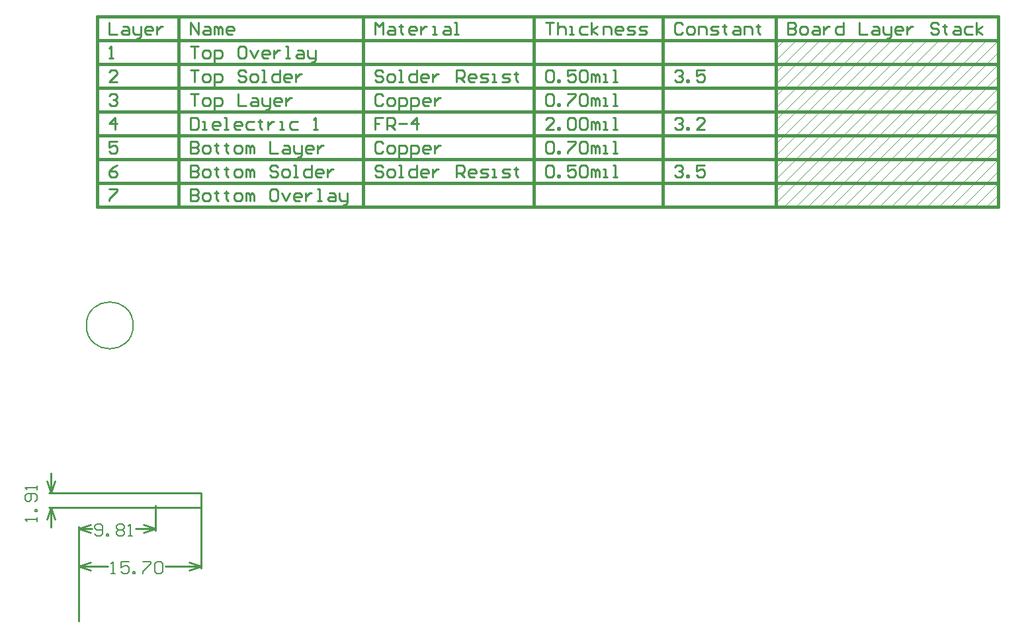
<source format=gm1>
G04 Layer_Color=16711935*
%FSAX25Y25*%
%MOIN*%
G70*
G01*
G75*
%ADD11C,0.01000*%
%ADD34C,0.00700*%
%ADD35C,0.01500*%
%ADD36C,0.00100*%
%ADD37C,0.00600*%
D11*
X0752657Y0752791D02*
Y0800232D01*
X0791281Y0798232D02*
Y0810983D01*
X0752657Y0799232D02*
X0759272D01*
X0781466D02*
X0791281D01*
X0752657D02*
X0758657Y0797232D01*
X0752657Y0799232D02*
X0758657Y0801232D01*
X0785281D02*
X0791281Y0799232D01*
X0785281Y0797232D02*
X0791281Y0799232D01*
X0752657Y0752791D02*
Y0781335D01*
X0814481Y0779335D02*
Y0817383D01*
X0752657Y0780335D02*
X0767373D01*
X0796565D02*
X0814481D01*
X0752657D02*
X0758657Y0778335D01*
X0752657Y0780335D02*
X0758657Y0782335D01*
X0808481D02*
X0814481Y0780335D01*
X0808481Y0778335D02*
X0814481Y0780335D01*
X0737878Y0817383D02*
X0814481D01*
X0737878Y0809862D02*
X0813665D01*
X0738878Y0799862D02*
Y0809862D01*
Y0817383D02*
Y0827383D01*
X0736878Y0803862D02*
X0738878Y0809862D01*
X0740878Y0803862D01*
X0738878Y0817383D02*
X0740878Y0823383D01*
X0736878D02*
X0738878Y0817383D01*
X1110060Y1054616D02*
Y1048618D01*
X1113059D01*
X1114059Y1049618D01*
Y1050617D01*
X1113059Y1051617D01*
X1110060D01*
X1113059D01*
X1114059Y1052617D01*
Y1053616D01*
X1113059Y1054616D01*
X1110060D01*
X1117058Y1048618D02*
X1119057D01*
X1120057Y1049618D01*
Y1051617D01*
X1119057Y1052617D01*
X1117058D01*
X1116058Y1051617D01*
Y1049618D01*
X1117058Y1048618D01*
X1123056Y1052617D02*
X1125055D01*
X1126055Y1051617D01*
Y1048618D01*
X1123056D01*
X1122056Y1049618D01*
X1123056Y1050617D01*
X1126055D01*
X1128054Y1052617D02*
Y1048618D01*
Y1050617D01*
X1129054Y1051617D01*
X1130054Y1052617D01*
X1131053D01*
X1138051Y1054616D02*
Y1048618D01*
X1135052D01*
X1134052Y1049618D01*
Y1051617D01*
X1135052Y1052617D01*
X1138051D01*
X1146049Y1054616D02*
Y1048618D01*
X1150047D01*
X1153046Y1052617D02*
X1155046D01*
X1156045Y1051617D01*
Y1048618D01*
X1153046D01*
X1152046Y1049618D01*
X1153046Y1050617D01*
X1156045D01*
X1158045Y1052617D02*
Y1049618D01*
X1159044Y1048618D01*
X1162043D01*
Y1047618D01*
X1161044Y1046619D01*
X1160044D01*
X1162043Y1048618D02*
Y1052617D01*
X1167042Y1048618D02*
X1165042D01*
X1164043Y1049618D01*
Y1051617D01*
X1165042Y1052617D01*
X1167042D01*
X1168041Y1051617D01*
Y1050617D01*
X1164043D01*
X1170041Y1052617D02*
Y1048618D01*
Y1050617D01*
X1171040Y1051617D01*
X1172040Y1052617D01*
X1173040D01*
X1186036Y1053616D02*
X1185036Y1054616D01*
X1183037D01*
X1182037Y1053616D01*
Y1052617D01*
X1183037Y1051617D01*
X1185036D01*
X1186036Y1050617D01*
Y1049618D01*
X1185036Y1048618D01*
X1183037D01*
X1182037Y1049618D01*
X1189035Y1053616D02*
Y1052617D01*
X1188035D01*
X1190034D01*
X1189035D01*
Y1049618D01*
X1190034Y1048618D01*
X1194033Y1052617D02*
X1196032D01*
X1197032Y1051617D01*
Y1048618D01*
X1194033D01*
X1193033Y1049618D01*
X1194033Y1050617D01*
X1197032D01*
X1203030Y1052617D02*
X1200031D01*
X1199031Y1051617D01*
Y1049618D01*
X1200031Y1048618D01*
X1203030D01*
X1205029D02*
Y1054616D01*
Y1050617D02*
X1208028Y1052617D01*
X1205029Y1050617D02*
X1208028Y1048618D01*
X1053074Y1029616D02*
X1054074Y1030616D01*
X1056073D01*
X1057073Y1029616D01*
Y1028617D01*
X1056073Y1027617D01*
X1055073D01*
X1056073D01*
X1057073Y1026617D01*
Y1025618D01*
X1056073Y1024618D01*
X1054074D01*
X1053074Y1025618D01*
X1059072Y1024618D02*
Y1025618D01*
X1060072D01*
Y1024618D01*
X1059072D01*
X1068069Y1030616D02*
X1064071D01*
Y1027617D01*
X1066070Y1028617D01*
X1067070D01*
X1068069Y1027617D01*
Y1025618D01*
X1067070Y1024618D01*
X1065070D01*
X1064071Y1025618D01*
X1053074Y1005616D02*
X1054074Y1006616D01*
X1056073D01*
X1057073Y1005616D01*
Y1004617D01*
X1056073Y1003617D01*
X1055073D01*
X1056073D01*
X1057073Y1002617D01*
Y1001618D01*
X1056073Y1000618D01*
X1054074D01*
X1053074Y1001618D01*
X1059072Y1000618D02*
Y1001618D01*
X1060072D01*
Y1000618D01*
X1059072D01*
X1068069D02*
X1064071D01*
X1068069Y1004617D01*
Y1005616D01*
X1067070Y1006616D01*
X1065070D01*
X1064071Y1005616D01*
X1053074Y0981616D02*
X1054074Y0982616D01*
X1056073D01*
X1057073Y0981616D01*
Y0980617D01*
X1056073Y0979617D01*
X1055073D01*
X1056073D01*
X1057073Y0978617D01*
Y0977618D01*
X1056073Y0976618D01*
X1054074D01*
X1053074Y0977618D01*
X1059072Y0976618D02*
Y0977618D01*
X1060072D01*
Y0976618D01*
X1059072D01*
X1068069Y0982616D02*
X1064071D01*
Y0979617D01*
X1066070Y0980617D01*
X1067070D01*
X1068069Y0979617D01*
Y0977618D01*
X1067070Y0976618D01*
X1065070D01*
X1064071Y0977618D01*
X1057073Y1053616D02*
X1056073Y1054616D01*
X1054074D01*
X1053074Y1053616D01*
Y1049618D01*
X1054074Y1048618D01*
X1056073D01*
X1057073Y1049618D01*
X1060072Y1048618D02*
X1062071D01*
X1063071Y1049618D01*
Y1051617D01*
X1062071Y1052617D01*
X1060072D01*
X1059072Y1051617D01*
Y1049618D01*
X1060072Y1048618D01*
X1065070D02*
Y1052617D01*
X1068069D01*
X1069069Y1051617D01*
Y1048618D01*
X1071068D02*
X1074067D01*
X1075067Y1049618D01*
X1074067Y1050617D01*
X1072068D01*
X1071068Y1051617D01*
X1072068Y1052617D01*
X1075067D01*
X1078066Y1053616D02*
Y1052617D01*
X1077066D01*
X1079066D01*
X1078066D01*
Y1049618D01*
X1079066Y1048618D01*
X1083064Y1052617D02*
X1085064D01*
X1086063Y1051617D01*
Y1048618D01*
X1083064D01*
X1082065Y1049618D01*
X1083064Y1050617D01*
X1086063D01*
X1088063Y1048618D02*
Y1052617D01*
X1091062D01*
X1092061Y1051617D01*
Y1048618D01*
X1095060Y1053616D02*
Y1052617D01*
X1094061D01*
X1096060D01*
X1095060D01*
Y1049618D01*
X1096060Y1048618D01*
X0988091Y1029616D02*
X0989090Y1030616D01*
X0991090D01*
X0992089Y1029616D01*
Y1025618D01*
X0991090Y1024618D01*
X0989090D01*
X0988091Y1025618D01*
Y1029616D01*
X0994089Y1024618D02*
Y1025618D01*
X0995088D01*
Y1024618D01*
X0994089D01*
X1003086Y1030616D02*
X0999087D01*
Y1027617D01*
X1001086Y1028617D01*
X1002086D01*
X1003086Y1027617D01*
Y1025618D01*
X1002086Y1024618D01*
X1000087D01*
X0999087Y1025618D01*
X1005085Y1029616D02*
X1006085Y1030616D01*
X1008084D01*
X1009084Y1029616D01*
Y1025618D01*
X1008084Y1024618D01*
X1006085D01*
X1005085Y1025618D01*
Y1029616D01*
X1011083Y1024618D02*
Y1028617D01*
X1012083D01*
X1013082Y1027617D01*
Y1024618D01*
Y1027617D01*
X1014082Y1028617D01*
X1015082Y1027617D01*
Y1024618D01*
X1017081D02*
X1019081D01*
X1018081D01*
Y1028617D01*
X1017081D01*
X1022079Y1024618D02*
X1024079D01*
X1023079D01*
Y1030616D01*
X1022079D01*
X0988091Y1017616D02*
X0989090Y1018616D01*
X0991090D01*
X0992089Y1017616D01*
Y1013618D01*
X0991090Y1012618D01*
X0989090D01*
X0988091Y1013618D01*
Y1017616D01*
X0994089Y1012618D02*
Y1013618D01*
X0995088D01*
Y1012618D01*
X0994089D01*
X0999087Y1018616D02*
X1003086D01*
Y1017616D01*
X0999087Y1013618D01*
Y1012618D01*
X1005085Y1017616D02*
X1006085Y1018616D01*
X1008084D01*
X1009084Y1017616D01*
Y1013618D01*
X1008084Y1012618D01*
X1006085D01*
X1005085Y1013618D01*
Y1017616D01*
X1011083Y1012618D02*
Y1016617D01*
X1012083D01*
X1013082Y1015617D01*
Y1012618D01*
Y1015617D01*
X1014082Y1016617D01*
X1015082Y1015617D01*
Y1012618D01*
X1017081D02*
X1019081D01*
X1018081D01*
Y1016617D01*
X1017081D01*
X1022079Y1012618D02*
X1024079D01*
X1023079D01*
Y1018616D01*
X1022079D01*
X0992089Y1000618D02*
X0988091D01*
X0992089Y1004617D01*
Y1005616D01*
X0991090Y1006616D01*
X0989090D01*
X0988091Y1005616D01*
X0994089Y1000618D02*
Y1001618D01*
X0995088D01*
Y1000618D01*
X0994089D01*
X0999087Y1005616D02*
X1000087Y1006616D01*
X1002086D01*
X1003086Y1005616D01*
Y1001618D01*
X1002086Y1000618D01*
X1000087D01*
X0999087Y1001618D01*
Y1005616D01*
X1005085D02*
X1006085Y1006616D01*
X1008084D01*
X1009084Y1005616D01*
Y1001618D01*
X1008084Y1000618D01*
X1006085D01*
X1005085Y1001618D01*
Y1005616D01*
X1011083Y1000618D02*
Y1004617D01*
X1012083D01*
X1013082Y1003617D01*
Y1000618D01*
Y1003617D01*
X1014082Y1004617D01*
X1015082Y1003617D01*
Y1000618D01*
X1017081D02*
X1019081D01*
X1018081D01*
Y1004617D01*
X1017081D01*
X1022079Y1000618D02*
X1024079D01*
X1023079D01*
Y1006616D01*
X1022079D01*
X0988091Y0993616D02*
X0989090Y0994616D01*
X0991090D01*
X0992089Y0993616D01*
Y0989618D01*
X0991090Y0988618D01*
X0989090D01*
X0988091Y0989618D01*
Y0993616D01*
X0994089Y0988618D02*
Y0989618D01*
X0995088D01*
Y0988618D01*
X0994089D01*
X0999087Y0994616D02*
X1003086D01*
Y0993616D01*
X0999087Y0989618D01*
Y0988618D01*
X1005085Y0993616D02*
X1006085Y0994616D01*
X1008084D01*
X1009084Y0993616D01*
Y0989618D01*
X1008084Y0988618D01*
X1006085D01*
X1005085Y0989618D01*
Y0993616D01*
X1011083Y0988618D02*
Y0992617D01*
X1012083D01*
X1013082Y0991617D01*
Y0988618D01*
Y0991617D01*
X1014082Y0992617D01*
X1015082Y0991617D01*
Y0988618D01*
X1017081D02*
X1019081D01*
X1018081D01*
Y0992617D01*
X1017081D01*
X1022079Y0988618D02*
X1024079D01*
X1023079D01*
Y0994616D01*
X1022079D01*
X0988091Y0981616D02*
X0989090Y0982616D01*
X0991090D01*
X0992089Y0981616D01*
Y0977618D01*
X0991090Y0976618D01*
X0989090D01*
X0988091Y0977618D01*
Y0981616D01*
X0994089Y0976618D02*
Y0977618D01*
X0995088D01*
Y0976618D01*
X0994089D01*
X1003086Y0982616D02*
X0999087D01*
Y0979617D01*
X1001086Y0980617D01*
X1002086D01*
X1003086Y0979617D01*
Y0977618D01*
X1002086Y0976618D01*
X1000087D01*
X0999087Y0977618D01*
X1005085Y0981616D02*
X1006085Y0982616D01*
X1008084D01*
X1009084Y0981616D01*
Y0977618D01*
X1008084Y0976618D01*
X1006085D01*
X1005085Y0977618D01*
Y0981616D01*
X1011083Y0976618D02*
Y0980617D01*
X1012083D01*
X1013082Y0979617D01*
Y0976618D01*
Y0979617D01*
X1014082Y0980617D01*
X1015082Y0979617D01*
Y0976618D01*
X1017081D02*
X1019081D01*
X1018081D01*
Y0980617D01*
X1017081D01*
X1022079Y0976618D02*
X1024079D01*
X1023079D01*
Y0982616D01*
X1022079D01*
X0988091Y1054616D02*
X0992089D01*
X0990090D01*
Y1048618D01*
X0994089Y1054616D02*
Y1048618D01*
Y1051617D01*
X0995088Y1052617D01*
X0997088D01*
X0998087Y1051617D01*
Y1048618D01*
X1000087D02*
X1002086D01*
X1001086D01*
Y1052617D01*
X1000087D01*
X1009084D02*
X1006085D01*
X1005085Y1051617D01*
Y1049618D01*
X1006085Y1048618D01*
X1009084D01*
X1011083D02*
Y1054616D01*
Y1050617D02*
X1014082Y1052617D01*
X1011083Y1050617D02*
X1014082Y1048618D01*
X1017081D02*
Y1052617D01*
X1020080D01*
X1021080Y1051617D01*
Y1048618D01*
X1026078D02*
X1024079D01*
X1023079Y1049618D01*
Y1051617D01*
X1024079Y1052617D01*
X1026078D01*
X1027078Y1051617D01*
Y1050617D01*
X1023079D01*
X1029077Y1048618D02*
X1032076D01*
X1033076Y1049618D01*
X1032076Y1050617D01*
X1030077D01*
X1029077Y1051617D01*
X1030077Y1052617D01*
X1033076D01*
X1035075Y1048618D02*
X1038074D01*
X1039074Y1049618D01*
X1038074Y1050617D01*
X1036075D01*
X1035075Y1051617D01*
X1036075Y1052617D01*
X1039074D01*
X0906112Y1029616D02*
X0905113Y1030616D01*
X0903113D01*
X0902114Y1029616D01*
Y1028617D01*
X0903113Y1027617D01*
X0905113D01*
X0906112Y1026617D01*
Y1025618D01*
X0905113Y1024618D01*
X0903113D01*
X0902114Y1025618D01*
X0909111Y1024618D02*
X0911111D01*
X0912111Y1025618D01*
Y1027617D01*
X0911111Y1028617D01*
X0909111D01*
X0908112Y1027617D01*
Y1025618D01*
X0909111Y1024618D01*
X0914110D02*
X0916109D01*
X0915110D01*
Y1030616D01*
X0914110D01*
X0923107D02*
Y1024618D01*
X0920108D01*
X0919108Y1025618D01*
Y1027617D01*
X0920108Y1028617D01*
X0923107D01*
X0928105Y1024618D02*
X0926106D01*
X0925106Y1025618D01*
Y1027617D01*
X0926106Y1028617D01*
X0928105D01*
X0929105Y1027617D01*
Y1026617D01*
X0925106D01*
X0931104Y1028617D02*
Y1024618D01*
Y1026617D01*
X0932104Y1027617D01*
X0933104Y1028617D01*
X0934103D01*
X0943100Y1024618D02*
Y1030616D01*
X0946100D01*
X0947099Y1029616D01*
Y1027617D01*
X0946100Y1026617D01*
X0943100D01*
X0945100D02*
X0947099Y1024618D01*
X0952098D02*
X0950098D01*
X0949099Y1025618D01*
Y1027617D01*
X0950098Y1028617D01*
X0952098D01*
X0953097Y1027617D01*
Y1026617D01*
X0949099D01*
X0955097Y1024618D02*
X0958096D01*
X0959095Y1025618D01*
X0958096Y1026617D01*
X0956096D01*
X0955097Y1027617D01*
X0956096Y1028617D01*
X0959095D01*
X0961095Y1024618D02*
X0963094D01*
X0962094D01*
Y1028617D01*
X0961095D01*
X0966093Y1024618D02*
X0969092D01*
X0970092Y1025618D01*
X0969092Y1026617D01*
X0967093D01*
X0966093Y1027617D01*
X0967093Y1028617D01*
X0970092D01*
X0973091Y1029616D02*
Y1028617D01*
X0972091D01*
X0974090D01*
X0973091D01*
Y1025618D01*
X0974090Y1024618D01*
X0906112Y1017616D02*
X0905113Y1018616D01*
X0903113D01*
X0902114Y1017616D01*
Y1013618D01*
X0903113Y1012618D01*
X0905113D01*
X0906112Y1013618D01*
X0909111Y1012618D02*
X0911111D01*
X0912111Y1013618D01*
Y1015617D01*
X0911111Y1016617D01*
X0909111D01*
X0908112Y1015617D01*
Y1013618D01*
X0909111Y1012618D01*
X0914110Y1010619D02*
Y1016617D01*
X0917109D01*
X0918109Y1015617D01*
Y1013618D01*
X0917109Y1012618D01*
X0914110D01*
X0920108Y1010619D02*
Y1016617D01*
X0923107D01*
X0924107Y1015617D01*
Y1013618D01*
X0923107Y1012618D01*
X0920108D01*
X0929105D02*
X0927106D01*
X0926106Y1013618D01*
Y1015617D01*
X0927106Y1016617D01*
X0929105D01*
X0930105Y1015617D01*
Y1014617D01*
X0926106D01*
X0932104Y1016617D02*
Y1012618D01*
Y1014617D01*
X0933104Y1015617D01*
X0934103Y1016617D01*
X0935103D01*
X0906112Y1006616D02*
X0902114D01*
Y1003617D01*
X0904113D01*
X0902114D01*
Y1000618D01*
X0908112D02*
Y1006616D01*
X0911111D01*
X0912111Y1005616D01*
Y1003617D01*
X0911111Y1002617D01*
X0908112D01*
X0910111D02*
X0912111Y1000618D01*
X0914110Y1003617D02*
X0918109D01*
X0923107Y1000618D02*
Y1006616D01*
X0920108Y1003617D01*
X0924107D01*
X0906112Y0993616D02*
X0905113Y0994616D01*
X0903113D01*
X0902114Y0993616D01*
Y0989618D01*
X0903113Y0988618D01*
X0905113D01*
X0906112Y0989618D01*
X0909111Y0988618D02*
X0911111D01*
X0912111Y0989618D01*
Y0991617D01*
X0911111Y0992617D01*
X0909111D01*
X0908112Y0991617D01*
Y0989618D01*
X0909111Y0988618D01*
X0914110Y0986619D02*
Y0992617D01*
X0917109D01*
X0918109Y0991617D01*
Y0989618D01*
X0917109Y0988618D01*
X0914110D01*
X0920108Y0986619D02*
Y0992617D01*
X0923107D01*
X0924107Y0991617D01*
Y0989618D01*
X0923107Y0988618D01*
X0920108D01*
X0929105D02*
X0927106D01*
X0926106Y0989618D01*
Y0991617D01*
X0927106Y0992617D01*
X0929105D01*
X0930105Y0991617D01*
Y0990617D01*
X0926106D01*
X0932104Y0992617D02*
Y0988618D01*
Y0990617D01*
X0933104Y0991617D01*
X0934103Y0992617D01*
X0935103D01*
X0906112Y0981616D02*
X0905113Y0982616D01*
X0903113D01*
X0902114Y0981616D01*
Y0980617D01*
X0903113Y0979617D01*
X0905113D01*
X0906112Y0978617D01*
Y0977618D01*
X0905113Y0976618D01*
X0903113D01*
X0902114Y0977618D01*
X0909111Y0976618D02*
X0911111D01*
X0912111Y0977618D01*
Y0979617D01*
X0911111Y0980617D01*
X0909111D01*
X0908112Y0979617D01*
Y0977618D01*
X0909111Y0976618D01*
X0914110D02*
X0916109D01*
X0915110D01*
Y0982616D01*
X0914110D01*
X0923107D02*
Y0976618D01*
X0920108D01*
X0919108Y0977618D01*
Y0979617D01*
X0920108Y0980617D01*
X0923107D01*
X0928105Y0976618D02*
X0926106D01*
X0925106Y0977618D01*
Y0979617D01*
X0926106Y0980617D01*
X0928105D01*
X0929105Y0979617D01*
Y0978617D01*
X0925106D01*
X0931104Y0980617D02*
Y0976618D01*
Y0978617D01*
X0932104Y0979617D01*
X0933104Y0980617D01*
X0934103D01*
X0943100Y0976618D02*
Y0982616D01*
X0946100D01*
X0947099Y0981616D01*
Y0979617D01*
X0946100Y0978617D01*
X0943100D01*
X0945100D02*
X0947099Y0976618D01*
X0952098D02*
X0950098D01*
X0949099Y0977618D01*
Y0979617D01*
X0950098Y0980617D01*
X0952098D01*
X0953097Y0979617D01*
Y0978617D01*
X0949099D01*
X0955097Y0976618D02*
X0958096D01*
X0959095Y0977618D01*
X0958096Y0978617D01*
X0956096D01*
X0955097Y0979617D01*
X0956096Y0980617D01*
X0959095D01*
X0961095Y0976618D02*
X0963094D01*
X0962094D01*
Y0980617D01*
X0961095D01*
X0966093Y0976618D02*
X0969092D01*
X0970092Y0977618D01*
X0969092Y0978617D01*
X0967093D01*
X0966093Y0979617D01*
X0967093Y0980617D01*
X0970092D01*
X0973091Y0981616D02*
Y0980617D01*
X0972091D01*
X0974090D01*
X0973091D01*
Y0977618D01*
X0974090Y0976618D01*
X0902114Y1048618D02*
Y1054616D01*
X0904113Y1052617D01*
X0906112Y1054616D01*
Y1048618D01*
X0909111Y1052617D02*
X0911111D01*
X0912111Y1051617D01*
Y1048618D01*
X0909111D01*
X0908112Y1049618D01*
X0909111Y1050617D01*
X0912111D01*
X0915110Y1053616D02*
Y1052617D01*
X0914110D01*
X0916109D01*
X0915110D01*
Y1049618D01*
X0916109Y1048618D01*
X0922107D02*
X0920108D01*
X0919108Y1049618D01*
Y1051617D01*
X0920108Y1052617D01*
X0922107D01*
X0923107Y1051617D01*
Y1050617D01*
X0919108D01*
X0925106Y1052617D02*
Y1048618D01*
Y1050617D01*
X0926106Y1051617D01*
X0927106Y1052617D01*
X0928105D01*
X0931104Y1048618D02*
X0933104D01*
X0932104D01*
Y1052617D01*
X0931104D01*
X0937103D02*
X0939102D01*
X0940102Y1051617D01*
Y1048618D01*
X0937103D01*
X0936103Y1049618D01*
X0937103Y1050617D01*
X0940102D01*
X0942101Y1048618D02*
X0944100D01*
X0943100D01*
Y1054616D01*
X0942101D01*
X0809139Y1042616D02*
X0813138D01*
X0811139D01*
Y1036618D01*
X0816137D02*
X0818136D01*
X0819136Y1037618D01*
Y1039617D01*
X0818136Y1040617D01*
X0816137D01*
X0815137Y1039617D01*
Y1037618D01*
X0816137Y1036618D01*
X0821136Y1034619D02*
Y1040617D01*
X0824135D01*
X0825134Y1039617D01*
Y1037618D01*
X0824135Y1036618D01*
X0821136D01*
X0836131Y1042616D02*
X0834131D01*
X0833132Y1041616D01*
Y1037618D01*
X0834131Y1036618D01*
X0836131D01*
X0837130Y1037618D01*
Y1041616D01*
X0836131Y1042616D01*
X0839130Y1040617D02*
X0841129Y1036618D01*
X0843128Y1040617D01*
X0848127Y1036618D02*
X0846127D01*
X0845128Y1037618D01*
Y1039617D01*
X0846127Y1040617D01*
X0848127D01*
X0849126Y1039617D01*
Y1038617D01*
X0845128D01*
X0851126Y1040617D02*
Y1036618D01*
Y1038617D01*
X0852125Y1039617D01*
X0853125Y1040617D01*
X0854125D01*
X0857124Y1036618D02*
X0859123D01*
X0858123D01*
Y1042616D01*
X0857124D01*
X0863122Y1040617D02*
X0865121D01*
X0866121Y1039617D01*
Y1036618D01*
X0863122D01*
X0862122Y1037618D01*
X0863122Y1038617D01*
X0866121D01*
X0868120Y1040617D02*
Y1037618D01*
X0869120Y1036618D01*
X0872119D01*
Y1035618D01*
X0871119Y1034619D01*
X0870120D01*
X0872119Y1036618D02*
Y1040617D01*
X0809139Y1030616D02*
X0813138D01*
X0811139D01*
Y1024618D01*
X0816137D02*
X0818136D01*
X0819136Y1025618D01*
Y1027617D01*
X0818136Y1028617D01*
X0816137D01*
X0815137Y1027617D01*
Y1025618D01*
X0816137Y1024618D01*
X0821136Y1022619D02*
Y1028617D01*
X0824135D01*
X0825134Y1027617D01*
Y1025618D01*
X0824135Y1024618D01*
X0821136D01*
X0837130Y1029616D02*
X0836131Y1030616D01*
X0834131D01*
X0833132Y1029616D01*
Y1028617D01*
X0834131Y1027617D01*
X0836131D01*
X0837130Y1026617D01*
Y1025618D01*
X0836131Y1024618D01*
X0834131D01*
X0833132Y1025618D01*
X0840129Y1024618D02*
X0842129D01*
X0843128Y1025618D01*
Y1027617D01*
X0842129Y1028617D01*
X0840129D01*
X0839130Y1027617D01*
Y1025618D01*
X0840129Y1024618D01*
X0845128D02*
X0847127D01*
X0846127D01*
Y1030616D01*
X0845128D01*
X0854125D02*
Y1024618D01*
X0851126D01*
X0850126Y1025618D01*
Y1027617D01*
X0851126Y1028617D01*
X0854125D01*
X0859123Y1024618D02*
X0857124D01*
X0856124Y1025618D01*
Y1027617D01*
X0857124Y1028617D01*
X0859123D01*
X0860123Y1027617D01*
Y1026617D01*
X0856124D01*
X0862122Y1028617D02*
Y1024618D01*
Y1026617D01*
X0863122Y1027617D01*
X0864122Y1028617D01*
X0865121D01*
X0809139Y1018616D02*
X0813138D01*
X0811139D01*
Y1012618D01*
X0816137D02*
X0818136D01*
X0819136Y1013618D01*
Y1015617D01*
X0818136Y1016617D01*
X0816137D01*
X0815137Y1015617D01*
Y1013618D01*
X0816137Y1012618D01*
X0821136Y1010619D02*
Y1016617D01*
X0824135D01*
X0825134Y1015617D01*
Y1013618D01*
X0824135Y1012618D01*
X0821136D01*
X0833132Y1018616D02*
Y1012618D01*
X0837130D01*
X0840129Y1016617D02*
X0842129D01*
X0843128Y1015617D01*
Y1012618D01*
X0840129D01*
X0839130Y1013618D01*
X0840129Y1014617D01*
X0843128D01*
X0845128Y1016617D02*
Y1013618D01*
X0846127Y1012618D01*
X0849126D01*
Y1011618D01*
X0848127Y1010619D01*
X0847127D01*
X0849126Y1012618D02*
Y1016617D01*
X0854125Y1012618D02*
X0852125D01*
X0851126Y1013618D01*
Y1015617D01*
X0852125Y1016617D01*
X0854125D01*
X0855124Y1015617D01*
Y1014617D01*
X0851126D01*
X0857124Y1016617D02*
Y1012618D01*
Y1014617D01*
X0858123Y1015617D01*
X0859123Y1016617D01*
X0860123D01*
X0809139Y1006616D02*
Y1000618D01*
X0812138D01*
X0813138Y1001618D01*
Y1005616D01*
X0812138Y1006616D01*
X0809139D01*
X0815137Y1000618D02*
X0817137D01*
X0816137D01*
Y1004617D01*
X0815137D01*
X0823135Y1000618D02*
X0821136D01*
X0820136Y1001618D01*
Y1003617D01*
X0821136Y1004617D01*
X0823135D01*
X0824135Y1003617D01*
Y1002617D01*
X0820136D01*
X0826134Y1000618D02*
X0828133D01*
X0827133D01*
Y1006616D01*
X0826134D01*
X0834131Y1000618D02*
X0832132D01*
X0831132Y1001618D01*
Y1003617D01*
X0832132Y1004617D01*
X0834131D01*
X0835131Y1003617D01*
Y1002617D01*
X0831132D01*
X0841129Y1004617D02*
X0838130D01*
X0837130Y1003617D01*
Y1001618D01*
X0838130Y1000618D01*
X0841129D01*
X0844128Y1005616D02*
Y1004617D01*
X0843128D01*
X0845128D01*
X0844128D01*
Y1001618D01*
X0845128Y1000618D01*
X0848127Y1004617D02*
Y1000618D01*
Y1002617D01*
X0849126Y1003617D01*
X0850126Y1004617D01*
X0851126D01*
X0854125Y1000618D02*
X0856124D01*
X0855124D01*
Y1004617D01*
X0854125D01*
X0863122D02*
X0860123D01*
X0859123Y1003617D01*
Y1001618D01*
X0860123Y1000618D01*
X0863122D01*
X0871119D02*
X0873119D01*
X0872119D01*
Y1006616D01*
X0871119Y1005616D01*
X0809139Y0994616D02*
Y0988618D01*
X0812138D01*
X0813138Y0989618D01*
Y0990617D01*
X0812138Y0991617D01*
X0809139D01*
X0812138D01*
X0813138Y0992617D01*
Y0993616D01*
X0812138Y0994616D01*
X0809139D01*
X0816137Y0988618D02*
X0818136D01*
X0819136Y0989618D01*
Y0991617D01*
X0818136Y0992617D01*
X0816137D01*
X0815137Y0991617D01*
Y0989618D01*
X0816137Y0988618D01*
X0822135Y0993616D02*
Y0992617D01*
X0821136D01*
X0823135D01*
X0822135D01*
Y0989618D01*
X0823135Y0988618D01*
X0827133Y0993616D02*
Y0992617D01*
X0826134D01*
X0828133D01*
X0827133D01*
Y0989618D01*
X0828133Y0988618D01*
X0832132D02*
X0834131D01*
X0835131Y0989618D01*
Y0991617D01*
X0834131Y0992617D01*
X0832132D01*
X0831132Y0991617D01*
Y0989618D01*
X0832132Y0988618D01*
X0837130D02*
Y0992617D01*
X0838130D01*
X0839130Y0991617D01*
Y0988618D01*
Y0991617D01*
X0840129Y0992617D01*
X0841129Y0991617D01*
Y0988618D01*
X0849126Y0994616D02*
Y0988618D01*
X0853125D01*
X0856124Y0992617D02*
X0858123D01*
X0859123Y0991617D01*
Y0988618D01*
X0856124D01*
X0855124Y0989618D01*
X0856124Y0990617D01*
X0859123D01*
X0861123Y0992617D02*
Y0989618D01*
X0862122Y0988618D01*
X0865121D01*
Y0987618D01*
X0864122Y0986619D01*
X0863122D01*
X0865121Y0988618D02*
Y0992617D01*
X0870120Y0988618D02*
X0868120D01*
X0867121Y0989618D01*
Y0991617D01*
X0868120Y0992617D01*
X0870120D01*
X0871119Y0991617D01*
Y0990617D01*
X0867121D01*
X0873119Y0992617D02*
Y0988618D01*
Y0990617D01*
X0874118Y0991617D01*
X0875118Y0992617D01*
X0876118D01*
X0809139Y0982616D02*
Y0976618D01*
X0812138D01*
X0813138Y0977618D01*
Y0978617D01*
X0812138Y0979617D01*
X0809139D01*
X0812138D01*
X0813138Y0980617D01*
Y0981616D01*
X0812138Y0982616D01*
X0809139D01*
X0816137Y0976618D02*
X0818136D01*
X0819136Y0977618D01*
Y0979617D01*
X0818136Y0980617D01*
X0816137D01*
X0815137Y0979617D01*
Y0977618D01*
X0816137Y0976618D01*
X0822135Y0981616D02*
Y0980617D01*
X0821136D01*
X0823135D01*
X0822135D01*
Y0977618D01*
X0823135Y0976618D01*
X0827133Y0981616D02*
Y0980617D01*
X0826134D01*
X0828133D01*
X0827133D01*
Y0977618D01*
X0828133Y0976618D01*
X0832132D02*
X0834131D01*
X0835131Y0977618D01*
Y0979617D01*
X0834131Y0980617D01*
X0832132D01*
X0831132Y0979617D01*
Y0977618D01*
X0832132Y0976618D01*
X0837130D02*
Y0980617D01*
X0838130D01*
X0839130Y0979617D01*
Y0976618D01*
Y0979617D01*
X0840129Y0980617D01*
X0841129Y0979617D01*
Y0976618D01*
X0853125Y0981616D02*
X0852125Y0982616D01*
X0850126D01*
X0849126Y0981616D01*
Y0980617D01*
X0850126Y0979617D01*
X0852125D01*
X0853125Y0978617D01*
Y0977618D01*
X0852125Y0976618D01*
X0850126D01*
X0849126Y0977618D01*
X0856124Y0976618D02*
X0858123D01*
X0859123Y0977618D01*
Y0979617D01*
X0858123Y0980617D01*
X0856124D01*
X0855124Y0979617D01*
Y0977618D01*
X0856124Y0976618D01*
X0861123D02*
X0863122D01*
X0862122D01*
Y0982616D01*
X0861123D01*
X0870120D02*
Y0976618D01*
X0867121D01*
X0866121Y0977618D01*
Y0979617D01*
X0867121Y0980617D01*
X0870120D01*
X0875118Y0976618D02*
X0873119D01*
X0872119Y0977618D01*
Y0979617D01*
X0873119Y0980617D01*
X0875118D01*
X0876118Y0979617D01*
Y0978617D01*
X0872119D01*
X0878117Y0980617D02*
Y0976618D01*
Y0978617D01*
X0879117Y0979617D01*
X0880116Y0980617D01*
X0881116D01*
X0809139Y0970616D02*
Y0964618D01*
X0812138D01*
X0813138Y0965618D01*
Y0966617D01*
X0812138Y0967617D01*
X0809139D01*
X0812138D01*
X0813138Y0968617D01*
Y0969616D01*
X0812138Y0970616D01*
X0809139D01*
X0816137Y0964618D02*
X0818136D01*
X0819136Y0965618D01*
Y0967617D01*
X0818136Y0968617D01*
X0816137D01*
X0815137Y0967617D01*
Y0965618D01*
X0816137Y0964618D01*
X0822135Y0969616D02*
Y0968617D01*
X0821136D01*
X0823135D01*
X0822135D01*
Y0965618D01*
X0823135Y0964618D01*
X0827133Y0969616D02*
Y0968617D01*
X0826134D01*
X0828133D01*
X0827133D01*
Y0965618D01*
X0828133Y0964618D01*
X0832132D02*
X0834131D01*
X0835131Y0965618D01*
Y0967617D01*
X0834131Y0968617D01*
X0832132D01*
X0831132Y0967617D01*
Y0965618D01*
X0832132Y0964618D01*
X0837130D02*
Y0968617D01*
X0838130D01*
X0839130Y0967617D01*
Y0964618D01*
Y0967617D01*
X0840129Y0968617D01*
X0841129Y0967617D01*
Y0964618D01*
X0852125Y0970616D02*
X0850126D01*
X0849126Y0969616D01*
Y0965618D01*
X0850126Y0964618D01*
X0852125D01*
X0853125Y0965618D01*
Y0969616D01*
X0852125Y0970616D01*
X0855124Y0968617D02*
X0857124Y0964618D01*
X0859123Y0968617D01*
X0864122Y0964618D02*
X0862122D01*
X0861123Y0965618D01*
Y0967617D01*
X0862122Y0968617D01*
X0864122D01*
X0865121Y0967617D01*
Y0966617D01*
X0861123D01*
X0867121Y0968617D02*
Y0964618D01*
Y0966617D01*
X0868120Y0967617D01*
X0869120Y0968617D01*
X0870120D01*
X0873119Y0964618D02*
X0875118D01*
X0874118D01*
Y0970616D01*
X0873119D01*
X0879117Y0968617D02*
X0881116D01*
X0882116Y0967617D01*
Y0964618D01*
X0879117D01*
X0878117Y0965618D01*
X0879117Y0966617D01*
X0882116D01*
X0884115Y0968617D02*
Y0965618D01*
X0885115Y0964618D01*
X0888114D01*
Y0963618D01*
X0887114Y0962619D01*
X0886114D01*
X0888114Y0964618D02*
Y0968617D01*
X0809139Y1048618D02*
Y1054616D01*
X0813138Y1048618D01*
Y1054616D01*
X0816137Y1052617D02*
X0818136D01*
X0819136Y1051617D01*
Y1048618D01*
X0816137D01*
X0815137Y1049618D01*
X0816137Y1050617D01*
X0819136D01*
X0821136Y1048618D02*
Y1052617D01*
X0822135D01*
X0823135Y1051617D01*
Y1048618D01*
Y1051617D01*
X0824135Y1052617D01*
X0825134Y1051617D01*
Y1048618D01*
X0830133D02*
X0828133D01*
X0827133Y1049618D01*
Y1051617D01*
X0828133Y1052617D01*
X0830133D01*
X0831132Y1051617D01*
Y1050617D01*
X0827133D01*
X0768148Y1036618D02*
X0770147D01*
X0769148D01*
Y1042616D01*
X0768148Y1041616D01*
X0772147Y1024618D02*
X0768148D01*
X0772147Y1028617D01*
Y1029616D01*
X0771147Y1030616D01*
X0769148D01*
X0768148Y1029616D01*
Y1017616D02*
X0769148Y1018616D01*
X0771147D01*
X0772147Y1017616D01*
Y1016617D01*
X0771147Y1015617D01*
X0770147D01*
X0771147D01*
X0772147Y1014617D01*
Y1013618D01*
X0771147Y1012618D01*
X0769148D01*
X0768148Y1013618D01*
X0771147Y1000618D02*
Y1006616D01*
X0768148Y1003617D01*
X0772147D01*
Y0994616D02*
X0768148D01*
Y0991617D01*
X0770147Y0992617D01*
X0771147D01*
X0772147Y0991617D01*
Y0989618D01*
X0771147Y0988618D01*
X0769148D01*
X0768148Y0989618D01*
X0772147Y0982616D02*
X0770147Y0981616D01*
X0768148Y0979617D01*
Y0977618D01*
X0769148Y0976618D01*
X0771147D01*
X0772147Y0977618D01*
Y0978617D01*
X0771147Y0979617D01*
X0768148D01*
Y0970616D02*
X0772147D01*
Y0969616D01*
X0768148Y0965618D01*
Y0964618D01*
Y1054616D02*
Y1048618D01*
X0772147D01*
X0775146Y1052617D02*
X0777145D01*
X0778145Y1051617D01*
Y1048618D01*
X0775146D01*
X0774146Y1049618D01*
X0775146Y1050617D01*
X0778145D01*
X0780144Y1052617D02*
Y1049618D01*
X0781144Y1048618D01*
X0784143D01*
Y1047618D01*
X0783143Y1046619D01*
X0782143D01*
X0784143Y1048618D02*
Y1052617D01*
X0789141Y1048618D02*
X0787142D01*
X0786142Y1049618D01*
Y1051617D01*
X0787142Y1052617D01*
X0789141D01*
X0790141Y1051617D01*
Y1050617D01*
X0786142D01*
X0792140Y1052617D02*
Y1048618D01*
Y1050617D01*
X0793140Y1051617D01*
X0794140Y1052617D01*
X0795139D01*
D34*
X0780217Y0901831D02*
G03*
X0780217Y0901831I-0011811J0000000D01*
G01*
D35*
X1216028Y0961618D02*
Y1057618D01*
X1104060Y1033618D02*
X1216028D01*
X1104060Y1021618D02*
X1216028D01*
X1104060Y1009618D02*
X1216028D01*
X1104060Y0997618D02*
X1216028D01*
X1104060Y0985618D02*
X1216028D01*
X1104060Y0973618D02*
X1216028D01*
X1104060Y0961618D02*
X1216028D01*
X1104060D02*
Y1057618D01*
X1047074Y1033618D02*
X1104060D01*
X1047074Y1021618D02*
X1104060D01*
X1047074Y1009618D02*
X1104060D01*
X1047074Y0997618D02*
X1104060D01*
X1047074Y0985618D02*
X1104060D01*
X1047074Y0973618D02*
X1104060D01*
X1047074Y0961618D02*
X1104060D01*
X1047074D02*
Y1057618D01*
X0982090Y1033618D02*
X1047074D01*
X0982090Y1021618D02*
X1047074D01*
X0982090Y1009618D02*
X1047074D01*
X0982090Y0997618D02*
X1047074D01*
X0982090Y0985618D02*
X1047074D01*
X0982090Y0973618D02*
X1047074D01*
X0982090Y0961618D02*
X1047074D01*
X0982090D02*
Y1057618D01*
X0896114Y1033618D02*
X0982090D01*
X0896114Y1021618D02*
X0982090D01*
X0896114Y1009618D02*
X0982090D01*
X0896114Y0997618D02*
X0982090D01*
X0896114Y0985618D02*
X0982090D01*
X0896114Y0973618D02*
X0982090D01*
X0896114Y0961618D02*
X0982090D01*
X0896114D02*
Y1057618D01*
X0803139Y1033618D02*
X0896114D01*
X0803139Y1021618D02*
X0896114D01*
X0803139Y1009618D02*
X0896114D01*
X0803139Y0997618D02*
X0896114D01*
X0803139Y0985618D02*
X0896114D01*
X0803139Y0973618D02*
X0896114D01*
X0803139Y0961618D02*
X0896114D01*
X0803139D02*
Y1057618D01*
X0762148Y1033618D02*
X0803139D01*
X0762148Y1021618D02*
X0803139D01*
X0762148Y1009618D02*
X0803139D01*
X0762148Y0997618D02*
X0803139D01*
X0762148Y0985618D02*
X0803139D01*
X0762148Y0973618D02*
X0803139D01*
X0762148Y0961618D02*
X0803139D01*
X0762148D02*
Y1057618D01*
X1216028D01*
X0762148Y1045618D02*
X1216028D01*
D36*
X1104060Y1041650D02*
X1108028Y1045618D01*
X1104060Y1035650D02*
X1114028Y1045618D01*
X1108028Y1033618D02*
X1120028Y1045618D01*
X1114028Y1033618D02*
X1126028Y1045618D01*
X1120028Y1033618D02*
X1132028Y1045618D01*
X1126028Y1033618D02*
X1138028Y1045618D01*
X1132028Y1033618D02*
X1144028Y1045618D01*
X1138028Y1033618D02*
X1150028Y1045618D01*
X1144028Y1033618D02*
X1156028Y1045618D01*
X1150028Y1033618D02*
X1162028Y1045618D01*
X1156028Y1033618D02*
X1168028Y1045618D01*
X1162028Y1033618D02*
X1174028Y1045618D01*
X1168028Y1033618D02*
X1180028Y1045618D01*
X1174028Y1033618D02*
X1186028Y1045618D01*
X1180028Y1033618D02*
X1192028Y1045618D01*
X1186028Y1033618D02*
X1198028Y1045618D01*
X1192028Y1033618D02*
X1204028Y1045618D01*
X1198028Y1033618D02*
X1210028Y1045618D01*
X1204028Y1033618D02*
X1216028Y1045618D01*
X1210028Y1033618D02*
X1216028Y1039618D01*
X1104060Y1029650D02*
X1108028Y1033618D01*
X1104060Y1023650D02*
X1114028Y1033618D01*
X1108028Y1021618D02*
X1120028Y1033618D01*
X1114028Y1021618D02*
X1126028Y1033618D01*
X1120028Y1021618D02*
X1132028Y1033618D01*
X1126028Y1021618D02*
X1138028Y1033618D01*
X1132028Y1021618D02*
X1144028Y1033618D01*
X1138028Y1021618D02*
X1150028Y1033618D01*
X1144028Y1021618D02*
X1156028Y1033618D01*
X1150028Y1021618D02*
X1162028Y1033618D01*
X1156028Y1021618D02*
X1168028Y1033618D01*
X1162028Y1021618D02*
X1174028Y1033618D01*
X1168028Y1021618D02*
X1180028Y1033618D01*
X1174028Y1021618D02*
X1186028Y1033618D01*
X1180028Y1021618D02*
X1192028Y1033618D01*
X1186028Y1021618D02*
X1198028Y1033618D01*
X1192028Y1021618D02*
X1204028Y1033618D01*
X1198028Y1021618D02*
X1210028Y1033618D01*
X1204028Y1021618D02*
X1216028Y1033618D01*
X1210028Y1021618D02*
X1216028Y1027618D01*
X1104060Y1017650D02*
X1108028Y1021618D01*
X1104060Y1011650D02*
X1114028Y1021618D01*
X1108028Y1009618D02*
X1120028Y1021618D01*
X1114028Y1009618D02*
X1126028Y1021618D01*
X1120028Y1009618D02*
X1132028Y1021618D01*
X1126028Y1009618D02*
X1138028Y1021618D01*
X1132028Y1009618D02*
X1144028Y1021618D01*
X1138028Y1009618D02*
X1150028Y1021618D01*
X1144028Y1009618D02*
X1156028Y1021618D01*
X1150028Y1009618D02*
X1162028Y1021618D01*
X1156028Y1009618D02*
X1168028Y1021618D01*
X1162028Y1009618D02*
X1174028Y1021618D01*
X1168028Y1009618D02*
X1180028Y1021618D01*
X1174028Y1009618D02*
X1186028Y1021618D01*
X1180028Y1009618D02*
X1192028Y1021618D01*
X1186028Y1009618D02*
X1198028Y1021618D01*
X1192028Y1009618D02*
X1204028Y1021618D01*
X1198028Y1009618D02*
X1210028Y1021618D01*
X1204028Y1009618D02*
X1216028Y1021618D01*
X1210028Y1009618D02*
X1216028Y1015618D01*
X1104060Y1005650D02*
X1108028Y1009618D01*
X1104060Y0999650D02*
X1114028Y1009618D01*
X1108028Y0997618D02*
X1120028Y1009618D01*
X1114028Y0997618D02*
X1126028Y1009618D01*
X1120028Y0997618D02*
X1132028Y1009618D01*
X1126028Y0997618D02*
X1138028Y1009618D01*
X1132028Y0997618D02*
X1144028Y1009618D01*
X1138028Y0997618D02*
X1150028Y1009618D01*
X1144028Y0997618D02*
X1156028Y1009618D01*
X1150028Y0997618D02*
X1162028Y1009618D01*
X1156028Y0997618D02*
X1168028Y1009618D01*
X1162028Y0997618D02*
X1174028Y1009618D01*
X1168028Y0997618D02*
X1180028Y1009618D01*
X1174028Y0997618D02*
X1186028Y1009618D01*
X1180028Y0997618D02*
X1192028Y1009618D01*
X1186028Y0997618D02*
X1198028Y1009618D01*
X1192028Y0997618D02*
X1204028Y1009618D01*
X1198028Y0997618D02*
X1210028Y1009618D01*
X1204028Y0997618D02*
X1216028Y1009618D01*
X1210028Y0997618D02*
X1216028Y1003618D01*
X1104060Y0993650D02*
X1108028Y0997618D01*
X1104060Y0987650D02*
X1114028Y0997618D01*
X1108028Y0985618D02*
X1120028Y0997618D01*
X1114028Y0985618D02*
X1126028Y0997618D01*
X1120028Y0985618D02*
X1132028Y0997618D01*
X1126028Y0985618D02*
X1138028Y0997618D01*
X1132028Y0985618D02*
X1144028Y0997618D01*
X1138028Y0985618D02*
X1150028Y0997618D01*
X1144028Y0985618D02*
X1156028Y0997618D01*
X1150028Y0985618D02*
X1162028Y0997618D01*
X1156028Y0985618D02*
X1168028Y0997618D01*
X1162028Y0985618D02*
X1174028Y0997618D01*
X1168028Y0985618D02*
X1180028Y0997618D01*
X1174028Y0985618D02*
X1186028Y0997618D01*
X1180028Y0985618D02*
X1192028Y0997618D01*
X1186028Y0985618D02*
X1198028Y0997618D01*
X1192028Y0985618D02*
X1204028Y0997618D01*
X1198028Y0985618D02*
X1210028Y0997618D01*
X1204028Y0985618D02*
X1216028Y0997618D01*
X1210028Y0985618D02*
X1216028Y0991618D01*
X1104060Y0981650D02*
X1108028Y0985618D01*
X1104060Y0975650D02*
X1114028Y0985618D01*
X1108028Y0973618D02*
X1120028Y0985618D01*
X1114028Y0973618D02*
X1126028Y0985618D01*
X1120028Y0973618D02*
X1132028Y0985618D01*
X1126028Y0973618D02*
X1138028Y0985618D01*
X1132028Y0973618D02*
X1144028Y0985618D01*
X1138028Y0973618D02*
X1150028Y0985618D01*
X1144028Y0973618D02*
X1156028Y0985618D01*
X1150028Y0973618D02*
X1162028Y0985618D01*
X1156028Y0973618D02*
X1168028Y0985618D01*
X1162028Y0973618D02*
X1174028Y0985618D01*
X1168028Y0973618D02*
X1180028Y0985618D01*
X1174028Y0973618D02*
X1186028Y0985618D01*
X1180028Y0973618D02*
X1192028Y0985618D01*
X1186028Y0973618D02*
X1198028Y0985618D01*
X1192028Y0973618D02*
X1204028Y0985618D01*
X1198028Y0973618D02*
X1210028Y0985618D01*
X1204028Y0973618D02*
X1216028Y0985618D01*
X1210028Y0973618D02*
X1216028Y0979618D01*
X1104060Y0969650D02*
X1108028Y0973618D01*
X1104060Y0963650D02*
X1114028Y0973618D01*
X1108028Y0961618D02*
X1120028Y0973618D01*
X1114028Y0961618D02*
X1126028Y0973618D01*
X1120028Y0961618D02*
X1132028Y0973618D01*
X1126028Y0961618D02*
X1138028Y0973618D01*
X1132028Y0961618D02*
X1144028Y0973618D01*
X1138028Y0961618D02*
X1150028Y0973618D01*
X1144028Y0961618D02*
X1156028Y0973618D01*
X1150028Y0961618D02*
X1162028Y0973618D01*
X1156028Y0961618D02*
X1168028Y0973618D01*
X1162028Y0961618D02*
X1174028Y0973618D01*
X1168028Y0961618D02*
X1180028Y0973618D01*
X1174028Y0961618D02*
X1186028Y0973618D01*
X1180028Y0961618D02*
X1192028Y0973618D01*
X1186028Y0961618D02*
X1198028Y0973618D01*
X1192028Y0961618D02*
X1204028Y0973618D01*
X1198028Y0961618D02*
X1210028Y0973618D01*
X1204028Y0961618D02*
X1216028Y0973618D01*
X1210028Y0961618D02*
X1216028Y0967618D01*
D37*
X0760872Y0796633D02*
X0761872Y0795633D01*
X0763871D01*
X0764871Y0796633D01*
Y0800632D01*
X0763871Y0801631D01*
X0761872D01*
X0760872Y0800632D01*
Y0799632D01*
X0761872Y0798632D01*
X0764871D01*
X0766870Y0795633D02*
Y0796633D01*
X0767870D01*
Y0795633D01*
X0766870D01*
X0771869Y0800632D02*
X0772868Y0801631D01*
X0774868D01*
X0775868Y0800632D01*
Y0799632D01*
X0774868Y0798632D01*
X0775868Y0797633D01*
Y0796633D01*
X0774868Y0795633D01*
X0772868D01*
X0771869Y0796633D01*
Y0797633D01*
X0772868Y0798632D01*
X0771869Y0799632D01*
Y0800632D01*
X0772868Y0798632D02*
X0774868D01*
X0777867Y0795633D02*
X0779866D01*
X0778866D01*
Y0801631D01*
X0777867Y0800632D01*
X0768973Y0776736D02*
X0770973D01*
X0769973D01*
Y0782734D01*
X0768973Y0781734D01*
X0777971Y0782734D02*
X0773972D01*
Y0779735D01*
X0775971Y0780734D01*
X0776971D01*
X0777971Y0779735D01*
Y0777735D01*
X0776971Y0776736D01*
X0774971D01*
X0773972Y0777735D01*
X0779970Y0776736D02*
Y0777735D01*
X0780970D01*
Y0776736D01*
X0779970D01*
X0784968Y0782734D02*
X0788967D01*
Y0781734D01*
X0784968Y0777735D01*
Y0776736D01*
X0790966Y0781734D02*
X0791966Y0782734D01*
X0793965D01*
X0794965Y0781734D01*
Y0777735D01*
X0793965Y0776736D01*
X0791966D01*
X0790966Y0777735D01*
Y0781734D01*
X0731680Y0803026D02*
Y0805025D01*
Y0804025D01*
X0725682D01*
X0726682Y0803026D01*
X0731680Y0808024D02*
X0730680D01*
Y0809024D01*
X0731680D01*
Y0808024D01*
X0730680Y0813023D02*
X0731680Y0814022D01*
Y0816022D01*
X0730680Y0817021D01*
X0726682D01*
X0725682Y0816022D01*
Y0814022D01*
X0726682Y0813023D01*
X0727681D01*
X0728681Y0814022D01*
Y0817021D01*
X0731680Y0819020D02*
Y0821020D01*
Y0820020D01*
X0725682D01*
X0726682Y0819020D01*
M02*

</source>
